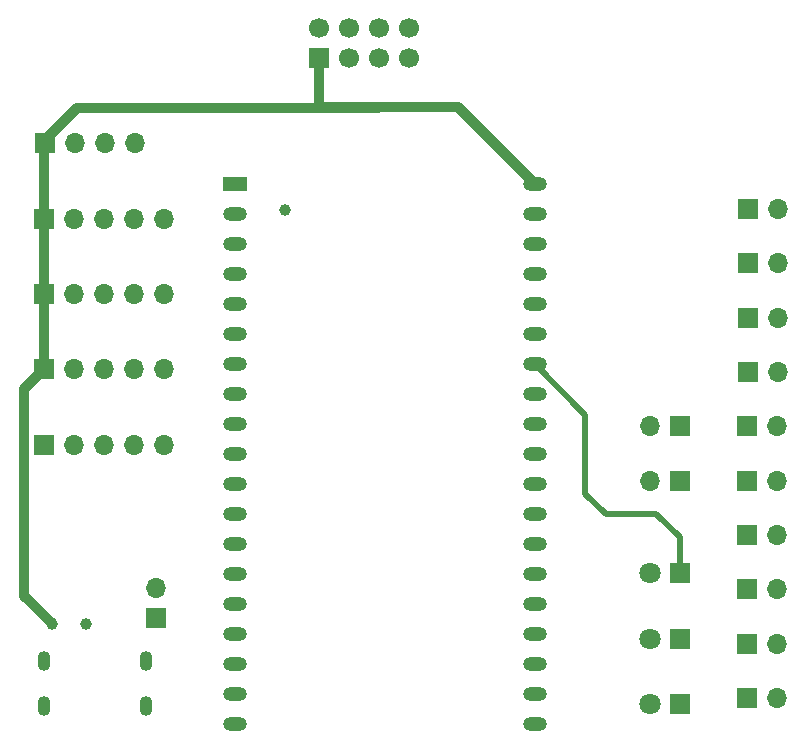
<source format=gbr>
%TF.GenerationSoftware,KiCad,Pcbnew,8.0.4*%
%TF.CreationDate,2024-12-10T19:57:11+05:30*%
%TF.ProjectId,controller-v3,636f6e74-726f-46c6-9c65-722d76332e6b,rev?*%
%TF.SameCoordinates,Original*%
%TF.FileFunction,Copper,L3,Inr*%
%TF.FilePolarity,Positive*%
%FSLAX46Y46*%
G04 Gerber Fmt 4.6, Leading zero omitted, Abs format (unit mm)*
G04 Created by KiCad (PCBNEW 8.0.4) date 2024-12-10 19:57:11*
%MOMM*%
%LPD*%
G01*
G04 APERTURE LIST*
%TA.AperFunction,ComponentPad*%
%ADD10R,1.700000X1.700000*%
%TD*%
%TA.AperFunction,ComponentPad*%
%ADD11C,1.700000*%
%TD*%
%TA.AperFunction,ComponentPad*%
%ADD12O,1.700000X1.700000*%
%TD*%
%TA.AperFunction,ComponentPad*%
%ADD13R,1.800000X1.800000*%
%TD*%
%TA.AperFunction,ComponentPad*%
%ADD14C,1.800000*%
%TD*%
%TA.AperFunction,ComponentPad*%
%ADD15R,2.000000X1.200000*%
%TD*%
%TA.AperFunction,ComponentPad*%
%ADD16O,2.000000X1.200000*%
%TD*%
%TA.AperFunction,ComponentPad*%
%ADD17O,1.100000X1.700000*%
%TD*%
%TA.AperFunction,ViaPad*%
%ADD18C,0.985000*%
%TD*%
%TA.AperFunction,ViaPad*%
%ADD19C,0.600000*%
%TD*%
%TA.AperFunction,Conductor*%
%ADD20C,0.885000*%
%TD*%
%TA.AperFunction,Conductor*%
%ADD21C,0.500000*%
%TD*%
G04 APERTURE END LIST*
D10*
%TO.N,GND*%
%TO.C,U4*%
X116010000Y-88370000D03*
D11*
%TO.N,/3v3*%
X116010000Y-85830000D03*
%TO.N,/CE*%
X118550000Y-88370000D03*
%TO.N,/CSN*%
X118550000Y-85830000D03*
%TO.N,/SCK*%
X121090000Y-88370000D03*
%TO.N,/MOSI*%
X121090000Y-85830000D03*
%TO.N,/MISO*%
X123630000Y-88370000D03*
%TO.N,/IRQ*%
X123630000Y-85830000D03*
%TD*%
D10*
%TO.N,/sw_analog_in*%
%TO.C,SW5*%
X152300000Y-119575000D03*
D12*
%TO.N,Net-(R14-Pad2)*%
X154840000Y-119575000D03*
%TD*%
D10*
%TO.N,/sw_analog_in*%
%TO.C,SW8*%
X152300000Y-133375000D03*
D12*
%TO.N,Net-(R16-Pad1)*%
X154840000Y-133375000D03*
%TD*%
D10*
%TO.N,GND*%
%TO.C,joy3*%
X92745000Y-121125000D03*
D12*
%TO.N,/3v3*%
X95285000Y-121125000D03*
%TO.N,/joy3_x*%
X97825000Y-121125000D03*
%TO.N,/joy3_y*%
X100365000Y-121125000D03*
%TO.N,/calibrate_joy3*%
X102905000Y-121125000D03*
%TD*%
D10*
%TO.N,/sw_analog_in*%
%TO.C,SW6*%
X152300000Y-124175000D03*
D12*
%TO.N,Net-(R14-Pad1)*%
X154840000Y-124175000D03*
%TD*%
D13*
%TO.N,GND*%
%TO.C,D1*%
X146575000Y-132000000D03*
D14*
%TO.N,Net-(D1-A)*%
X144035000Y-132000000D03*
%TD*%
D10*
%TO.N,GND*%
%TO.C,joy0*%
X92785000Y-114700000D03*
D12*
%TO.N,/3v3*%
X95325000Y-114700000D03*
%TO.N,/joy0_x*%
X97865000Y-114700000D03*
%TO.N,/joy0_y*%
X100405000Y-114700000D03*
%TO.N,/calibrate_joy0*%
X102945000Y-114700000D03*
%TD*%
D10*
%TO.N,GND*%
%TO.C,joy2*%
X92785000Y-101975000D03*
D12*
%TO.N,/3v3*%
X95325000Y-101975000D03*
%TO.N,/joy2_x*%
X97865000Y-101975000D03*
%TO.N,/joy2_y*%
X100405000Y-101975000D03*
%TO.N,/calibrate_joy2*%
X102945000Y-101975000D03*
%TD*%
D10*
%TO.N,GND*%
%TO.C,joy1*%
X92785000Y-108375000D03*
D12*
%TO.N,/3v3*%
X95325000Y-108375000D03*
%TO.N,/joy1_x*%
X97865000Y-108375000D03*
%TO.N,/joy1_y*%
X100405000Y-108375000D03*
%TO.N,/calibrate_joy1*%
X102945000Y-108375000D03*
%TD*%
D10*
%TO.N,/sw_analog_in*%
%TO.C,SW1*%
X152340000Y-101175000D03*
D12*
%TO.N,Net-(R1-Pad1)*%
X154880000Y-101175000D03*
%TD*%
D10*
%TO.N,/sw_analog_in*%
%TO.C,SW2*%
X152340000Y-105775000D03*
D12*
%TO.N,Net-(R2-Pad1)*%
X154880000Y-105775000D03*
%TD*%
D10*
%TO.N,/sw_analog_in*%
%TO.C,SW7*%
X152300000Y-128775000D03*
D12*
%TO.N,Net-(R15-Pad1)*%
X154840000Y-128775000D03*
%TD*%
D15*
%TO.N,/3v3*%
%TO.C,U7*%
X108900000Y-99060000D03*
D16*
%TO.N,unconnected-(U7-CHIP_PU-Pad2)*%
X108900000Y-101600000D03*
%TO.N,/calibrate_joy2*%
X108900000Y-104140000D03*
%TO.N,/calibrate_joy1*%
X108900000Y-106680000D03*
%TO.N,/calibrate_joy0*%
X108900000Y-109220000D03*
%TO.N,/calibrate_joy3*%
X108900000Y-111760000D03*
%TO.N,/joy2_y*%
X108900000Y-114300000D03*
%TO.N,/joy2_x*%
X108900000Y-116840000D03*
%TO.N,/joy1_y*%
X108900000Y-119380000D03*
%TO.N,/joy1_x*%
X108900000Y-121920000D03*
%TO.N,/joy0_y*%
X108900000Y-124460000D03*
%TO.N,/joy0_x*%
X108900000Y-127000000D03*
%TO.N,/joy3_y*%
X108900000Y-129540000D03*
%TO.N,GND*%
X108900000Y-132080000D03*
%TO.N,/joy3_x*%
X108900000Y-134620000D03*
%TO.N,unconnected-(U7-SD_DATA2{slash}GPIO9-Pad16)*%
X108900000Y-137160000D03*
%TO.N,unconnected-(U7-SD_DATA3{slash}GPIO10-Pad17)*%
X108900000Y-139700000D03*
%TO.N,unconnected-(U7-CMD-Pad18)*%
X108900000Y-142240000D03*
%TO.N,unconnected-(U7-5V-Pad19)*%
X108900000Y-144780000D03*
%TO.N,/LED0*%
X134296320Y-144777280D03*
%TO.N,/LED2*%
X134296320Y-142237280D03*
%TO.N,/LED1*%
X134300000Y-139700000D03*
%TO.N,/oled_cycle*%
X134300000Y-137160000D03*
%TO.N,/mode_select*%
X134300000Y-134620000D03*
%TO.N,unconnected-(U7-GPIO0{slash}BOOT{slash}ADC2_CH1-Pad25)*%
X134300000Y-132080000D03*
%TO.N,/CE*%
X134300000Y-129540000D03*
%TO.N,unconnected-(U7-GPIO16-Pad27)*%
X134300000Y-127000000D03*
%TO.N,/sw_analog_in*%
X134300000Y-124460000D03*
%TO.N,/CSN*%
X134300000Y-121920000D03*
%TO.N,/SCK*%
X134300000Y-119380000D03*
%TO.N,/MISO*%
X134300000Y-116840000D03*
%TO.N,GND*%
X134300000Y-114300000D03*
%TO.N,/oled_sda*%
X134300000Y-111760000D03*
%TO.N,unconnected-(U7-U0RXD{slash}GPIO3-Pad34)*%
X134300000Y-109220000D03*
%TO.N,/IRQ*%
X134300000Y-106680000D03*
%TO.N,/oled_scl*%
X134300000Y-104140000D03*
%TO.N,/MOSI*%
X134300000Y-101600000D03*
%TO.N,GND*%
X134300000Y-99060000D03*
%TD*%
D10*
%TO.N,GND*%
%TO.C,U1*%
X92800000Y-95575000D03*
D12*
%TO.N,/3v3*%
X95340000Y-95575000D03*
%TO.N,/oled_scl*%
X97880000Y-95575000D03*
%TO.N,/oled_sda*%
X100420000Y-95575000D03*
%TD*%
D13*
%TO.N,GND*%
%TO.C,D3*%
X146575000Y-143100000D03*
D14*
%TO.N,Net-(D3-A)*%
X144035000Y-143100000D03*
%TD*%
D10*
%TO.N,Net-(on/off1-A)*%
%TO.C,on/off1*%
X102275000Y-135802500D03*
D12*
%TO.N,Net-(U5-VI)*%
X102275000Y-133262500D03*
%TD*%
D17*
%TO.N,GND*%
%TO.C,J1*%
X92765000Y-139437500D03*
X92765000Y-143237500D03*
X101405000Y-139437500D03*
X101405000Y-143237500D03*
%TD*%
D10*
%TO.N,/sw_analog_in*%
%TO.C,SW4*%
X152340000Y-114975000D03*
D12*
%TO.N,Net-(R4-Pad1)*%
X154880000Y-114975000D03*
%TD*%
D10*
%TO.N,/sw_analog_in*%
%TO.C,SW10*%
X152300000Y-142600000D03*
D12*
%TO.N,/3v3*%
X154840000Y-142600000D03*
%TD*%
D10*
%TO.N,/sw_analog_in*%
%TO.C,SW3*%
X152340000Y-110375000D03*
D12*
%TO.N,Net-(R3-Pad1)*%
X154880000Y-110375000D03*
%TD*%
D10*
%TO.N,/3v3*%
%TO.C,mode_select1*%
X146575000Y-119575000D03*
D12*
%TO.N,/mode_select*%
X144035000Y-119575000D03*
%TD*%
D10*
%TO.N,/sw_analog_in*%
%TO.C,SW9*%
X152300000Y-138000000D03*
D12*
%TO.N,Net-(R17-Pad1)*%
X154840000Y-138000000D03*
%TD*%
D13*
%TO.N,GND*%
%TO.C,D2*%
X146575000Y-137550000D03*
D14*
%TO.N,Net-(D2-A)*%
X144035000Y-137550000D03*
%TD*%
D10*
%TO.N,/3v3*%
%TO.C,oled_cycle1*%
X146575000Y-124175000D03*
D12*
%TO.N,/oled_cycle*%
X144035000Y-124175000D03*
%TD*%
D18*
%TO.N,GND*%
X93450000Y-136312500D03*
D19*
X138587500Y-121900000D03*
D18*
%TO.N,/3v3*%
X96300000Y-136312500D03*
%TO.N,/CSN*%
X113150000Y-101235000D03*
%TD*%
D20*
%TO.N,GND*%
X116150000Y-92530000D02*
X127770000Y-92530000D01*
X93450000Y-136250000D02*
X91100000Y-133900000D01*
D21*
X140300000Y-127000000D02*
X144600000Y-127000000D01*
X138587500Y-125287500D02*
X140300000Y-127000000D01*
X92785000Y-95745000D02*
X92615000Y-95575000D01*
D20*
X92785000Y-101975000D02*
X92785000Y-95745000D01*
D21*
X138587500Y-121900000D02*
X138587500Y-125287500D01*
D20*
X92785000Y-108375000D02*
X92785000Y-101975000D01*
X116055000Y-88805000D02*
X116055000Y-92435000D01*
X91100000Y-116385000D02*
X92785000Y-114700000D01*
D21*
X146575000Y-128975000D02*
X146575000Y-132000000D01*
D20*
X93450000Y-136312500D02*
X93450000Y-136250000D01*
D21*
X144600000Y-127000000D02*
X146575000Y-128975000D01*
D20*
X92785000Y-114700000D02*
X92785000Y-108375000D01*
X92615000Y-95575000D02*
X95590000Y-92600000D01*
X116055000Y-92435000D02*
X116150000Y-92530000D01*
D21*
X134300000Y-114300000D02*
X138587500Y-118587500D01*
D20*
X91100000Y-133900000D02*
X91100000Y-116385000D01*
D21*
X138587500Y-118587500D02*
X138587500Y-121900000D01*
D20*
X95590000Y-92600000D02*
X121000000Y-92600000D01*
X127770000Y-92530000D02*
X134300000Y-99060000D01*
%TD*%
M02*

</source>
